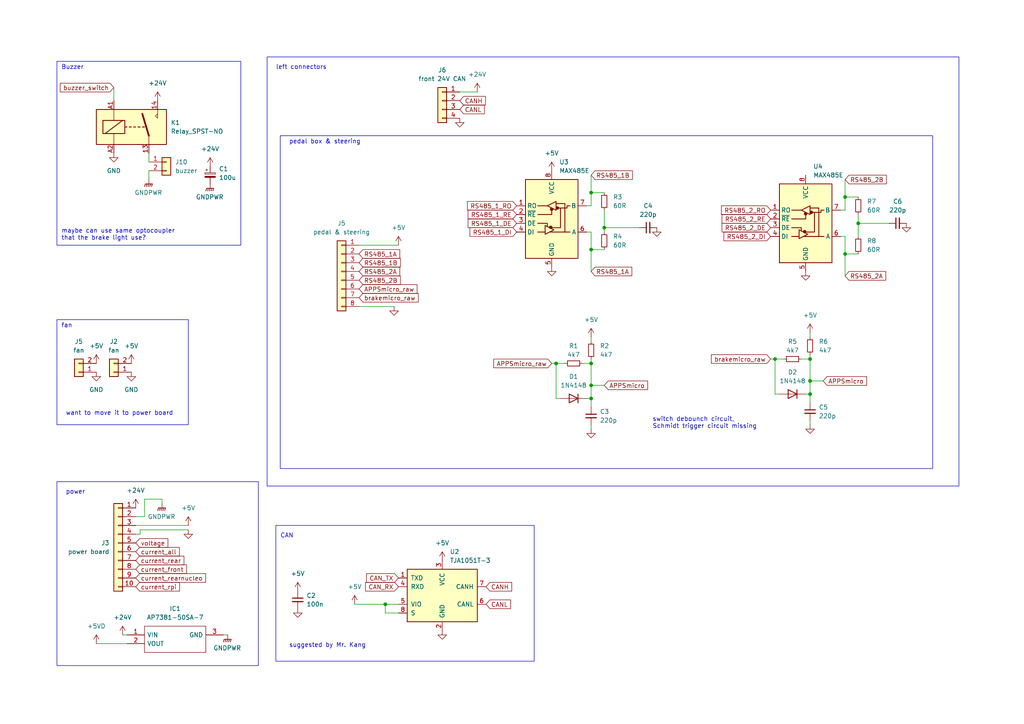
<source format=kicad_sch>
(kicad_sch (version 20230121) (generator eeschema)
  (paper "A4")
  (lib_symbols
    (symbol "Connector_Generic:Conn_01x02" (pin_names (offset 1.016) hide)
      (property "Reference" "J" (at 0 2.54 0))
      (property "Value" "Conn_01x02" (at 0 -5.08 0))
      (symbol "Conn_01x02_1_1"
        (rectangle (start -1.27 -2.413) (end 0 -2.667) (stroke (width 0.1524)))
        (rectangle (start -1.27 0.127) (end 0 -0.127) (stroke (width 0.1524)))
        (rectangle (start -1.27 1.27) (end 1.27 -3.81) (stroke (width 0.254)) (fill (type background)))
        (pin passive line (at -5.08 0 0) (length 3.81) (name "Pin_1") (number "1"))
        (pin passive line (at -5.08 -2.54 0) (length 3.81) (name "Pin_2") (number "2"))
      )
    )
    (symbol "Connector_Generic:Conn_01x04" (pin_names (offset 1.016) hide)
      (property "Reference" "J" (at 0 5.08 0))
      (property "Value" "Conn_01x04" (at 0 -7.62 0))
      (symbol "Conn_01x04_1_1"
        (rectangle (start -1.27 -4.953) (end 0 -5.207) (stroke (width 0.1524)))
        (rectangle (start -1.27 -2.413) (end 0 -2.667) (stroke (width 0.1524)))
        (rectangle (start -1.27 0.127) (end 0 -0.127) (stroke (width 0.1524)))
        (rectangle (start -1.27 2.667) (end 0 2.413) (stroke (width 0.1524)))
        (rectangle (start -1.27 3.81) (end 1.27 -6.35) (stroke (width 0.254)) (fill (type background)))
        (pin passive line (at -5.08 2.54 0) (length 3.81) (name "Pin_1") (number "1"))
        (pin passive line (at -5.08 0 0) (length 3.81) (name "Pin_2") (number "2"))
        (pin passive line (at -5.08 -2.54 0) (length 3.81) (name "Pin_3") (number "3"))
        (pin passive line (at -5.08 -5.08 0) (length 3.81) (name "Pin_4") (number "4"))
      )
    )
    (symbol "Connector_Generic:Conn_01x08" (pin_names (offset 1.016) hide)
      (property "Reference" "J" (at 0 10.16 0))
      (property "Value" "Conn_01x08" (at 0 -12.7 0))
      (symbol "Conn_01x08_1_1"
        (rectangle (start -1.27 -10.033) (end 0 -10.287) (stroke (width 0.1524)))
        (rectangle (start -1.27 -7.493) (end 0 -7.747) (stroke (width 0.1524)))
        (rectangle (start -1.27 -4.953) (end 0 -5.207) (stroke (width 0.1524)))
        (rectangle (start -1.27 -2.413) (end 0 -2.667) (stroke (width 0.1524)))
        (rectangle (start -1.27 0.127) (end 0 -0.127) (stroke (width 0.1524)))
        (rectangle (start -1.27 2.667) (end 0 2.413) (stroke (width 0.1524)))
        (rectangle (start -1.27 5.207) (end 0 4.953) (stroke (width 0.1524)))
        (rectangle (start -1.27 7.747) (end 0 7.493) (stroke (width 0.1524)))
        (rectangle (start -1.27 8.89) (end 1.27 -11.43) (stroke (width 0.254)) (fill (type background)))
        (pin passive line (at -5.08 7.62 0) (length 3.81) (name "Pin_1") (number "1"))
        (pin passive line (at -5.08 5.08 0) (length 3.81) (name "Pin_2") (number "2"))
        (pin passive line (at -5.08 2.54 0) (length 3.81) (name "Pin_3") (number "3"))
        (pin passive line (at -5.08 0 0) (length 3.81) (name "Pin_4") (number "4"))
        (pin passive line (at -5.08 -2.54 0) (length 3.81) (name "Pin_5") (number "5"))
        (pin passive line (at -5.08 -5.08 0) (length 3.81) (name "Pin_6") (number "6"))
        (pin passive line (at -5.08 -7.62 0) (length 3.81) (name "Pin_7") (number "7"))
        (pin passive line (at -5.08 -10.16 0) (length 3.81) (name "Pin_8") (number "8"))
      )
    )
    (symbol "Connector_Generic:Conn_01x10" (pin_names (offset 1.016) hide)
      (property "Reference" "J" (at 0 12.7 0))
      (property "Value" "Conn_01x10" (at 0 -15.24 0))
      (symbol "Conn_01x10_1_1"
        (rectangle (start -1.27 -12.573) (end 0 -12.827) (stroke (width 0.1524)))
        (rectangle (start -1.27 -10.033) (end 0 -10.287) (stroke (width 0.1524)))
        (rectangle (start -1.27 -7.493) (end 0 -7.747) (stroke (width 0.1524)))
        (rectangle (start -1.27 -4.953) (end 0 -5.207) (stroke (width 0.1524)))
        (rectangle (start -1.27 -2.413) (end 0 -2.667) (stroke (width 0.1524)))
        (rectangle (start -1.27 0.127) (end 0 -0.127) (stroke (width 0.1524)))
        (rectangle (start -1.27 2.667) (end 0 2.413) (stroke (width 0.1524)))
        (rectangle (start -1.27 5.207) (end 0 4.953) (stroke (width 0.1524)))
        (rectangle (start -1.27 7.747) (end 0 7.493) (stroke (width 0.1524)))
        (rectangle (start -1.27 10.287) (end 0 10.033) (stroke (width 0.1524)))
        (rectangle (start -1.27 11.43) (end 1.27 -13.97) (stroke (width 0.254)) (fill (type background)))
        (pin passive line (at -5.08 10.16 0) (length 3.81) (name "Pin_1") (number "1"))
        (pin passive line (at -5.08 -12.7 0) (length 3.81) (name "Pin_10") (number "10"))
        (pin passive line (at -5.08 7.62 0) (length 3.81) (name "Pin_2") (number "2"))
        (pin passive line (at -5.08 5.08 0) (length 3.81) (name "Pin_3") (number "3"))
        (pin passive line (at -5.08 2.54 0) (length 3.81) (name "Pin_4") (number "4"))
        (pin passive line (at -5.08 0 0) (length 3.81) (name "Pin_5") (number "5"))
        (pin passive line (at -5.08 -2.54 0) (length 3.81) (name "Pin_6") (number "6"))
        (pin passive line (at -5.08 -5.08 0) (length 3.81) (name "Pin_7") (number "7"))
        (pin passive line (at -5.08 -7.62 0) (length 3.81) (name "Pin_8") (number "8"))
        (pin passive line (at -5.08 -10.16 0) (length 3.81) (name "Pin_9") (number "9"))
      )
    )
    (symbol "Device:C_Polarized_Small" (pin_numbers hide) (pin_names (offset 0.254) hide)
      (property "Reference" "C" (at 0.254 1.778 0))
      (property "Value" "C_Polarized_Small" (at 0.254 -2.032 0))
      (symbol "C_Polarized_Small_0_1"
        (rectangle (start -1.524 -0.3048) (end 1.524 -0.6858) (fill (type outline)))
        (rectangle (start -1.524 0.6858) (end 1.524 0.3048))
        (polyline (pts (xy -1.27 1.524) (xy -0.762 1.524)))
        (polyline (pts (xy -1.016 1.27) (xy -1.016 1.778)))
      )
      (symbol "C_Polarized_Small_1_1"
        (pin passive line (at 0 2.54 270) (length 1.8542) (name "~") (number "1"))
        (pin passive line (at 0 -2.54 90) (length 1.8542) (name "~") (number "2"))
      )
    )
    (symbol "Device:C_Small" (pin_numbers hide) (pin_names (offset 0.254) hide)
      (property "Reference" "C" (at 0.254 1.778 0))
      (property "Value" "C_Small" (at 0.254 -2.032 0))
      (symbol "C_Small_0_1"
        (polyline (pts (xy -1.524 -0.508) (xy 1.524 -0.508)) (stroke (width 0.3302)))
        (polyline (pts (xy -1.524 0.508) (xy 1.524 0.508)) (stroke (width 0.3048)))
      )
      (symbol "C_Small_1_1"
        (pin passive line (at 0 2.54 270) (length 2.032) (name "~") (number "1"))
        (pin passive line (at 0 -2.54 90) (length 2.032) (name "~") (number "2"))
      )
    )
    (symbol "Device:R_Small" (pin_numbers hide) (pin_names (offset 0.254) hide)
      (property "Reference" "R" (at 0.762 0.508 0))
      (property "Value" "R_Small" (at 0.762 -1.016 0))
      (symbol "R_Small_0_1"
        (rectangle (start -0.762 1.778) (end 0.762 -1.778) (stroke (width 0.2032)))
      )
      (symbol "R_Small_1_1"
        (pin passive line (at 0 2.54 270) (length 0.762) (name "~") (number "1"))
        (pin passive line (at 0 -2.54 90) (length 0.762) (name "~") (number "2"))
      )
    )
    (symbol "Diode:1N4148" (pin_numbers hide) (pin_names hide)
      (property "Reference" "D" (at 0 2.54 0))
      (property "Value" "1N4148" (at 0 -2.54 0))
      (symbol "1N4148_0_1"
        (polyline (pts (xy -1.27 1.27) (xy -1.27 -1.27)) (stroke (width 0.254)))
        (polyline (pts (xy 1.27 0) (xy -1.27 0)))
        (polyline (pts (xy 1.27 1.27) (xy 1.27 -1.27) (xy -1.27 0) (xy 1.27 1.27)) (stroke (width 0.254)))
      )
      (symbol "1N4148_1_1"
        (pin passive line (at -3.81 0 0) (length 2.54) (name "K") (number "1"))
        (pin passive line (at 3.81 0 180) (length 2.54) (name "A") (number "2"))
      )
    )
    (symbol "Interface_CAN_LIN:TJA1051T-3" (pin_names (offset 1.016))
      (property "Reference" "U" (at -10.16 8.89 0))
      (property "Value" "TJA1051T-3" (at 1.27 8.89 0))
      (symbol "TJA1051T-3_0_1"
        (rectangle (start -10.16 7.62) (end 10.16 -7.62) (stroke (width 0.254)) (fill (type background)))
      )
      (symbol "TJA1051T-3_1_1"
        (pin input line (at -12.7 5.08 0) (length 2.54) (name "TXD") (number "1"))
        (pin power_in line (at 0 -10.16 90) (length 2.54) (name "GND") (number "2"))
        (pin power_in line (at 0 10.16 270) (length 2.54) (name "VCC") (number "3"))
        (pin output line (at -12.7 2.54 0) (length 2.54) (name "RXD") (number "4"))
        (pin power_in line (at -12.7 -2.54 0) (length 2.54) (name "VIO") (number "5"))
        (pin bidirectional line (at 12.7 -2.54 180) (length 2.54) (name "CANL") (number "6"))
        (pin bidirectional line (at 12.7 2.54 180) (length 2.54) (name "CANH") (number "7"))
        (pin input line (at -12.7 -5.08 0) (length 2.54) (name "S") (number "8"))
      )
    )
    (symbol "Interface_UART:MAX485E"
      (property "Reference" "U" (at -6.096 11.43 0))
      (property "Value" "MAX485E" (at 0.762 11.43 0))
      (symbol "MAX485E_0_1"
        (rectangle (start -7.62 10.16) (end 7.62 -12.7) (stroke (width 0.254)) (fill (type background)))
        (circle (center -0.3048 -3.683) (radius 0.3556) (stroke (width 0.254)) (fill (type outline)))
        (circle (center -0.0254 1.4986) (radius 0.3556) (stroke (width 0.254)) (fill (type outline)))
        (polyline (pts (xy -4.064 -5.08) (xy -1.905 -5.08)) (stroke (width 0.254)))
        (polyline (pts (xy -4.064 2.54) (xy -1.27 2.54)) (stroke (width 0.254)))
        (polyline (pts (xy -1.27 -3.2004) (xy -1.27 -3.4544)) (stroke (width 0.254)))
        (polyline (pts (xy -0.635 -5.08) (xy 5.334 -5.08)) (stroke (width 0.254)))
        (polyline (pts (xy -4.064 -2.54) (xy -1.27 -2.54) (xy -1.27 -3.175)) (stroke (width 0.254)))
        (polyline (pts (xy 0 1.27) (xy 0 0) (xy -4.064 0)) (stroke (width 0.254)))
        (polyline (pts (xy 1.27 3.175) (xy 3.81 3.175) (xy 3.81 -5.08)) (stroke (width 0.254)))
        (polyline (pts (xy 2.54 1.905) (xy 2.54 -3.81) (xy 0 -3.81)) (stroke (width 0.254)))
        (polyline (pts (xy -1.905 -3.175) (xy -1.905 -5.715) (xy 0.635 -4.445) (xy -1.905 -3.175)) (stroke (width 0.254)))
        (polyline (pts (xy -1.27 2.54) (xy 1.27 3.81) (xy 1.27 1.27) (xy -1.27 2.54)) (stroke (width 0.254)))
        (polyline (pts (xy 1.905 1.905) (xy 4.445 1.905) (xy 4.445 2.54) (xy 5.334 2.54)) (stroke (width 0.254)))
        (rectangle (start 1.27 3.175) (end 1.27 3.175))
        (circle (center 1.651 1.905) (radius 0.3556) (stroke (width 0.254)) (fill (type outline)))
      )
      (symbol "MAX485E_1_1"
        (pin output line (at -10.16 2.54 0) (length 2.54) (name "RO") (number "1"))
        (pin input line (at -10.16 0 0) (length 2.54) (name "~{RE}") (number "2"))
        (pin input line (at -10.16 -2.54 0) (length 2.54) (name "DE") (number "3"))
        (pin input line (at -10.16 -5.08 0) (length 2.54) (name "DI") (number "4"))
        (pin power_in line (at 0 -15.24 90) (length 2.54) (name "GND") (number "5"))
        (pin bidirectional line (at 10.16 -5.08 180) (length 2.54) (name "A") (number "6"))
        (pin bidirectional line (at 10.16 2.54 180) (length 2.54) (name "B") (number "7"))
        (pin power_in line (at 0 12.7 270) (length 2.54) (name "VCC") (number "8"))
      )
    )
    (symbol "Relay:Relay_SPST-NO"
      (property "Reference" "K" (at 11.43 3.81 0))
      (property "Value" "Relay_SPST-NO" (at 11.43 1.27 0))
      (symbol "Relay_SPST-NO_0_0"
        (polyline (pts (xy 7.62 5.08) (xy 7.62 2.54) (xy 6.985 3.175) (xy 7.62 3.81)))
      )
      (symbol "Relay_SPST-NO_0_1"
        (rectangle (start -10.16 5.08) (end 10.16 -5.08) (stroke (width 0.254)) (fill (type background)))
        (rectangle (start -8.255 1.905) (end -1.905 -1.905) (stroke (width 0.254)))
        (polyline (pts (xy -7.62 -1.905) (xy -2.54 1.905)) (stroke (width 0.254)))
        (polyline (pts (xy -5.08 -5.08) (xy -5.08 -1.905)))
        (polyline (pts (xy -5.08 5.08) (xy -5.08 1.905)))
        (polyline (pts (xy -1.905 0) (xy -1.27 0)) (stroke (width 0.254)))
        (polyline (pts (xy -0.635 0) (xy 0 0)) (stroke (width 0.254)))
        (polyline (pts (xy 0.635 0) (xy 1.27 0)) (stroke (width 0.254)))
        (polyline (pts (xy 1.905 0) (xy 2.54 0)) (stroke (width 0.254)))
        (polyline (pts (xy 3.175 0) (xy 3.81 0)) (stroke (width 0.254)))
        (polyline (pts (xy 5.08 -2.54) (xy 3.175 3.81)) (stroke (width 0.508)))
        (polyline (pts (xy 5.08 -2.54) (xy 5.08 -5.08)))
      )
      (symbol "Relay_SPST-NO_1_1"
        (pin passive line (at 5.08 -7.62 90) (length 2.54) (name "~") (number "13"))
        (pin passive line (at 7.62 7.62 270) (length 2.54) (name "~") (number "14"))
        (pin passive line (at -5.08 7.62 270) (length 2.54) (name "~") (number "A1"))
        (pin passive line (at -5.08 -7.62 90) (length 2.54) (name "~") (number "A2"))
      )
    )
    (symbol "SamacSys_Parts:AP7381-50SA-7" (pin_names (offset 0.762))
      (property "Reference" "IC" (at 24.13 7.62 0))
      (property "Value" "AP7381-50SA-7" (at 24.13 5.08 0))
      (symbol "AP7381-50SA-7_0_0"
        (pin passive line (at 0 0 0) (length 5.08) (name "VIN") (number "1"))
        (pin passive line (at 0 -2.54 0) (length 5.08) (name "VOUT") (number "2"))
        (pin passive line (at 27.94 0 180) (length 5.08) (name "GND") (number "3"))
      )
      (symbol "AP7381-50SA-7_0_1"
        (polyline (pts (xy 5.08 2.54) (xy 22.86 2.54) (xy 22.86 -5.08) (xy 5.08 -5.08) (xy 5.08 2.54)) (stroke (width 0.1524)))
      )
    )
    (symbol "power:+24V" (power) (pin_names (offset 0))
      (property "Value" "+24V" (at 0 3.556 0))
      (symbol "+24V_0_1"
        (polyline (pts (xy -0.762 1.27) (xy 0 2.54)))
        (polyline (pts (xy 0 0) (xy 0 2.54)))
        (polyline (pts (xy 0 2.54) (xy 0.762 1.27)))
      )
      (symbol "+24V_1_1"
        (pin power_in line (at 0 0 90) (length 0) hide (name "+24V") (number "1"))
      )
    )
    (symbol "power:+5V" (power) (pin_names (offset 0))
      (property "Value" "+5V" (at 0 3.556 0))
      (symbol "+5V_0_1"
        (polyline (pts (xy -0.762 1.27) (xy 0 2.54)))
        (polyline (pts (xy 0 0) (xy 0 2.54)))
        (polyline (pts (xy 0 2.54) (xy 0.762 1.27)))
      )
      (symbol "+5V_1_1"
        (pin power_in line (at 0 0 90) (length 0) hide (name "+5V") (number "1"))
      )
    )
    (symbol "power:+5VD" (power) (pin_names (offset 0))
      (property "Value" "+5VD" (at 0 3.556 0))
      (symbol "+5VD_0_1"
        (polyline (pts (xy -0.762 1.27) (xy 0 2.54)))
        (polyline (pts (xy 0 0) (xy 0 2.54)))
        (polyline (pts (xy 0 2.54) (xy 0.762 1.27)))
      )
      (symbol "+5VD_1_1"
        (pin power_in line (at 0 0 90) (length 0) hide (name "+5VD") (number "1"))
      )
    )
    (symbol "power:GND" (power) (pin_names (offset 0))
      (property "Value" "GND" (at 0 -3.81 0))
      (symbol "GND_0_1"
        (polyline (pts (xy 0 0) (xy 0 -1.27) (xy 1.27 -1.27) (xy 0 -2.54) (xy -1.27 -1.27) (xy 0 -1.27)))
      )
      (symbol "GND_1_1"
        (pin power_in line (at 0 0 270) (length 0) hide (name "GND") (number "1"))
      )
    )
    (symbol "power:GNDPWR" (power) (pin_names (offset 0))
      (property "Value" "GNDPWR" (at 0 -3.302 0))
      (symbol "GNDPWR_0_1"
        (polyline (pts (xy 0 -1.27) (xy 0 0)))
        (polyline (pts (xy -1.016 -1.27) (xy -1.27 -2.032) (xy -1.27 -2.032)) (stroke (width 0.2032)))
        (polyline (pts (xy -0.508 -1.27) (xy -0.762 -2.032) (xy -0.762 -2.032)) (stroke (width 0.2032)))
        (polyline (pts (xy 0 -1.27) (xy -0.254 -2.032) (xy -0.254 -2.032)) (stroke (width 0.2032)))
        (polyline (pts (xy 0.508 -1.27) (xy 0.254 -2.032) (xy 0.254 -2.032)) (stroke (width 0.2032)))
        (polyline (pts (xy 1.016 -1.27) (xy -1.016 -1.27) (xy -1.016 -1.27)) (stroke (width 0.2032)))
        (polyline (pts (xy 1.016 -1.27) (xy 0.762 -2.032) (xy 0.762 -2.032) (xy 0.762 -2.032)) (stroke (width 0.2032)))
      )
      (symbol "GNDPWR_1_1"
        (pin power_in line (at 0 0 270) (length 0) hide (name "GNDPWR") (number "1"))
      )
    )
  )
  (junction (at 234.95 110.49))
  (junction (at 171.45 111.76))
  (junction (at 171.45 115.57))
  (junction (at 224.79 104.14))
  (junction (at 161.29 105.41))
  (junction (at 171.45 105.41))
  (junction (at 234.95 114.3))
  (junction (at 248.92 64.77))
  (junction (at 245.11 57.15))
  (junction (at 171.45 55.88))
  (junction (at 171.45 72.39))
  (junction (at 234.95 104.14))
  (junction (at 245.11 73.66))
  (junction (at 175.26 66.04))
  (junction (at 111.76 175.26))
  (wire (pts (xy 245.11 68.58) (xy 243.84 68.58)))
  (wire (pts (xy 46.99 144.78) (xy 46.99 146.05)))
  (wire (pts (xy 171.45 111.76) (xy 171.45 115.57)))
  (wire (pts (xy 245.11 52.07) (xy 245.11 57.15)))
  (wire (pts (xy 66.04 184.15) (xy 64.77 184.15)))
  (wire (pts (xy 171.45 105.41) (xy 171.45 111.76)))
  (wire (pts (xy 224.79 104.14) (xy 227.33 104.14)))
  (wire (pts (xy 234.95 102.87) (xy 234.95 104.14)))
  (wire (pts (xy 54.61 152.4) (xy 39.37 152.4)))
  (wire (pts (xy 171.45 124.46) (xy 171.45 123.19)))
  (wire (pts (xy 257.81 64.77) (xy 248.92 64.77)))
  (wire (pts (xy 245.11 57.15) (xy 248.92 57.15)))
  (wire (pts (xy 232.41 104.14) (xy 234.95 104.14)))
  (wire (pts (xy 171.45 72.39) (xy 171.45 67.31)))
  (wire (pts (xy 238.76 110.49) (xy 234.95 110.49)))
  (wire (pts (xy 248.92 64.77) (xy 248.92 68.58)))
  (wire (pts (xy 41.91 144.78) (xy 41.91 149.86)))
  (wire (pts (xy 185.42 66.04) (xy 175.26 66.04)))
  (wire (pts (xy 111.76 177.8) (xy 111.76 175.26)))
  (wire (pts (xy 234.95 123.19) (xy 234.95 121.92)))
  (wire (pts (xy 171.45 67.31) (xy 170.18 67.31)))
  (wire (pts (xy 33.02 25.4) (xy 33.02 29.21)))
  (wire (pts (xy 111.76 175.26) (xy 115.57 175.26)))
  (wire (pts (xy 35.56 184.15) (xy 36.83 184.15)))
  (wire (pts (xy 171.45 55.88) (xy 171.45 59.69)))
  (wire (pts (xy 248.92 62.23) (xy 248.92 64.77)))
  (wire (pts (xy 115.57 71.12) (xy 104.14 71.12)))
  (wire (pts (xy 234.95 104.14) (xy 234.95 110.49)))
  (wire (pts (xy 171.45 115.57) (xy 170.18 115.57)))
  (wire (pts (xy 171.45 104.14) (xy 171.45 105.41)))
  (wire (pts (xy 224.79 114.3) (xy 224.79 104.14)))
  (wire (pts (xy 223.52 104.14) (xy 224.79 104.14)))
  (wire (pts (xy 43.18 46.99) (xy 43.18 44.45)))
  (wire (pts (xy 41.91 149.86) (xy 39.37 149.86)))
  (wire (pts (xy 102.87 175.26) (xy 111.76 175.26)))
  (wire (pts (xy 171.45 59.69) (xy 170.18 59.69)))
  (wire (pts (xy 171.45 78.74) (xy 171.45 72.39)))
  (wire (pts (xy 54.61 153.67) (xy 40.64 153.67)))
  (wire (pts (xy 161.29 105.41) (xy 163.83 105.41)))
  (wire (pts (xy 224.79 114.3) (xy 226.06 114.3)))
  (wire (pts (xy 114.3 88.9) (xy 104.14 88.9)))
  (wire (pts (xy 171.45 50.8) (xy 171.45 55.88)))
  (wire (pts (xy 234.95 110.49) (xy 234.95 114.3)))
  (wire (pts (xy 171.45 118.11) (xy 171.45 115.57)))
  (wire (pts (xy 161.29 115.57) (xy 161.29 105.41)))
  (wire (pts (xy 43.18 49.53) (xy 43.18 52.07)))
  (wire (pts (xy 175.26 60.96) (xy 175.26 66.04)))
  (wire (pts (xy 115.57 177.8) (xy 111.76 177.8)))
  (wire (pts (xy 160.02 105.41) (xy 161.29 105.41)))
  (wire (pts (xy 245.11 80.01) (xy 245.11 73.66)))
  (wire (pts (xy 171.45 72.39) (xy 175.26 72.39)))
  (wire (pts (xy 245.11 57.15) (xy 245.11 60.96)))
  (wire (pts (xy 40.64 153.67) (xy 40.64 154.94)))
  (wire (pts (xy 245.11 73.66) (xy 248.92 73.66)))
  (wire (pts (xy 27.94 186.69) (xy 36.83 186.69)))
  (wire (pts (xy 234.95 116.84) (xy 234.95 114.3)))
  (wire (pts (xy 40.64 154.94) (xy 39.37 154.94)))
  (wire (pts (xy 243.84 60.96) (xy 245.11 60.96)))
  (wire (pts (xy 175.26 66.04) (xy 175.26 67.31)))
  (wire (pts (xy 171.45 55.88) (xy 175.26 55.88)))
  (wire (pts (xy 161.29 115.57) (xy 162.56 115.57)))
  (wire (pts (xy 245.11 73.66) (xy 245.11 68.58)))
  (wire (pts (xy 46.99 144.78) (xy 41.91 144.78)))
  (wire (pts (xy 234.95 114.3) (xy 233.68 114.3)))
  (wire (pts (xy 175.26 111.76) (xy 171.45 111.76)))
  (wire (pts (xy 168.91 105.41) (xy 171.45 105.41)))
  (wire (pts (xy 138.43 26.67) (xy 133.35 26.67)))
  (wire (pts (xy 234.95 96.52) (xy 234.95 97.79)))
  (wire (pts (xy 171.45 97.79) (xy 171.45 99.06)))
  (rectangle (start 16.51 92.71) (end 54.61 123.19))
  (rectangle (start 77.47 16.51) (end 278.13 140.97))
  (rectangle (start 16.51 139.7) (end 74.93 193.04))
  (rectangle (start 81.28 39.37) (end 270.51 135.89))
  (rectangle (start 80.01 152.4) (end 154.94 191.77))
  (rectangle (start 16.51 17.78) (end 69.85 71.12))
  (text "switch debounch circuit, \nSchmidt trigger circuit missing" (at 189.23 124.46 0) (effects (font (size 1.27 1.27)) (justify left bottom)))
  (text "Buzzer" (at 17.78 20.32 0) (effects (font (size 1.27 1.27)) (justify left bottom)))
  (text "CAN" (at 81.28 156.21 0) (effects (font (size 1.27 1.27)) (justify left bottom)))
  (text "maybe can use same optocoupler \nthat the brake light use?" (at 17.78 69.85 0) (effects (font (size 1.27 1.27)) (justify left bottom)))
  (text "power" (at 19.05 143.51 0) (effects (font (size 1.27 1.27)) (justify left bottom)))
  (text "fan\n" (at 17.78 95.25 0) (effects (font (size 1.27 1.27)) (justify left bottom)))
  (text "pedal box & steering" (at 83.82 41.91 0) (effects (font (size 1.27 1.27)) (justify left bottom)))
  (text "suggested by Mr. Kang" (at 83.82 187.96 0) (effects (font (size 1.27 1.27)) (justify left bottom)))
  (text "want to move it to power board" (at 19.05 120.65 0) (effects (font (size 1.27 1.27)) (justify left bottom)))
  (text "left connectors" (at 80.01 20.32 0) (effects (font (size 1.27 1.27)) (justify left bottom)))
  (global_label "RS485_1A" (shape input) (at 171.45 78.74 0) (property "Intersheetrefs" "${INTERSHEET_REFS}" (effects hide)))
  (global_label "RS485_1_DE" (shape input) (at 149.86 64.77 180) (property "Intersheetrefs" "${INTERSHEET_REFS}" (effects hide)))
  (global_label "APPSmicro_raw" (shape input) (at 160.02 105.41 180) (property "Intersheetrefs" "${INTERSHEET_REFS}" (effects hide)))
  (global_label "CANH" (shape input) (at 133.35 29.21 0) (property "Intersheetrefs" "${INTERSHEET_REFS}" (effects hide)))
  (global_label "RS485_1_DI" (shape input) (at 149.86 67.31 180) (property "Intersheetrefs" "${INTERSHEET_REFS}" (effects hide)))
  (global_label "CANH" (shape input) (at 140.97 170.18 0) (property "Intersheetrefs" "${INTERSHEET_REFS}" (effects hide)))
  (global_label "RS485_2B" (shape input) (at 245.11 52.07 0) (property "Intersheetrefs" "${INTERSHEET_REFS}" (effects hide)))
  (global_label "current_rearnucleo" (shape input) (at 39.37 167.64 0) (property "Intersheetrefs" "${INTERSHEET_REFS}" (effects hide)))
  (global_label "APPSmicro" (shape input) (at 175.26 111.76 0) (property "Intersheetrefs" "${INTERSHEET_REFS}" (effects hide)))
  (global_label "voltage" (shape input) (at 39.37 157.48 0) (property "Intersheetrefs" "${INTERSHEET_REFS}" (effects hide)))
  (global_label "RS485_1B" (shape input) (at 171.45 50.8 0) (property "Intersheetrefs" "${INTERSHEET_REFS}" (effects hide)))
  (global_label "current_rear" (shape input) (at 39.37 162.56 0) (property "Intersheetrefs" "${INTERSHEET_REFS}" (effects hide)))
  (global_label "RS485_2_RO" (shape input) (at 223.52 60.96 180) (property "Intersheetrefs" "${INTERSHEET_REFS}" (effects hide)))
  (global_label "RS485_2_DI" (shape input) (at 223.52 68.58 180) (property "Intersheetrefs" "${INTERSHEET_REFS}" (effects hide)))
  (global_label "CANL" (shape input) (at 133.35 31.75 0) (property "Intersheetrefs" "${INTERSHEET_REFS}" (effects hide)))
  (global_label "RS485_2_DE" (shape input) (at 223.52 66.04 180) (property "Intersheetrefs" "${INTERSHEET_REFS}" (effects hide)))
  (global_label "CAN_RX" (shape input) (at 115.57 170.18 180) (property "Intersheetrefs" "${INTERSHEET_REFS}" (effects hide)))
  (global_label "CAN_TX" (shape input) (at 115.57 167.64 180) (property "Intersheetrefs" "${INTERSHEET_REFS}" (effects hide)))
  (global_label "current_all" (shape input) (at 39.37 160.02 0) (property "Intersheetrefs" "${INTERSHEET_REFS}" (effects hide)))
  (global_label "RS485_1B" (shape input) (at 104.14 76.2 0) (property "Intersheetrefs" "${INTERSHEET_REFS}" (effects hide)))
  (global_label "RS485_1_RO" (shape input) (at 149.86 59.69 180) (property "Intersheetrefs" "${INTERSHEET_REFS}" (effects hide)))
  (global_label "brakemicro_raw" (shape input) (at 104.14 86.36 0) (property "Intersheetrefs" "${INTERSHEET_REFS}" (effects hide)))
  (global_label "buzzer_switch" (shape input) (at 33.02 25.4 180) (property "Intersheetrefs" "${INTERSHEET_REFS}" (effects hide)))
  (global_label "brakemicro_raw" (shape input) (at 223.52 104.14 180) (property "Intersheetrefs" "${INTERSHEET_REFS}" (effects hide)))
  (global_label "APPSmicro" (shape input) (at 238.76 110.49 0) (property "Intersheetrefs" "${INTERSHEET_REFS}" (effects hide)))
  (global_label "CANL" (shape input) (at 140.97 175.26 0) (property "Intersheetrefs" "${INTERSHEET_REFS}" (effects hide)))
  (global_label "RS485_2A" (shape input) (at 104.14 78.74 0) (property "Intersheetrefs" "${INTERSHEET_REFS}" (effects hide)))
  (global_label "RS485_2B" (shape input) (at 104.14 81.28 0) (property "Intersheetrefs" "${INTERSHEET_REFS}" (effects hide)))
  (global_label "RS485_1_RE" (shape input) (at 149.86 62.23 180) (property "Intersheetrefs" "${INTERSHEET_REFS}" (effects hide)))
  (global_label "current_rpi" (shape input) (at 39.37 170.18 0) (property "Intersheetrefs" "${INTERSHEET_REFS}" (effects hide)))
  (global_label "APPSmicro_raw" (shape input) (at 104.14 83.82 0) (property "Intersheetrefs" "${INTERSHEET_REFS}" (effects hide)))
  (global_label "RS485_1A" (shape input) (at 104.14 73.66 0) (property "Intersheetrefs" "${INTERSHEET_REFS}" (effects hide)))
  (global_label "RS485_2_RE" (shape input) (at 223.52 63.5 180) (property "Intersheetrefs" "${INTERSHEET_REFS}" (effects hide)))
  (global_label "RS485_2A" (shape input) (at 245.11 80.01 0) (property "Intersheetrefs" "${INTERSHEET_REFS}" (effects hide)))
  (global_label "current_front" (shape input) (at 39.37 165.1 0) (property "Intersheetrefs" "${INTERSHEET_REFS}" (effects hide)))
  (symbol (lib_id "Device:C_Small") (at 187.96 66.04 90) (unit 1)
    (property "Reference" "C4" (at 187.9663 59.69 90))
    (property "Value" "220p" (at 187.9663 62.23 90))
  )
  (symbol (lib_id "Device:C_Small") (at 86.36 173.99 0) (unit 1)
    (property "Reference" "C2" (at 88.9 172.7263 0) (effects (justify left)))
    (property "Value" "100n" (at 88.9 175.2663 0) (effects (justify left)))
  )
  (symbol (lib_id "power:GND") (at 128.27 182.88 0) (unit 1)
    (property "Reference" "#PWR029" (effects hide))
    (property "Value" "GND" (effects hide))
  )
  (symbol (lib_id "Diode:1N4148") (at 166.37 115.57 0) (mirror y) (unit 1)
    (property "Reference" "D1" (at 166.37 109.22 0))
    (property "Value" "1N4148" (at 166.37 111.76 0))
    (property "Footprint" "Diode_THT:D_DO-35_SOD27_P7.62mm_Horizontal" (effects hide))
    (property "Datasheet" "https://assets.nexperia.com/documents/data-sheet/1N4148_1N4448.pdf" (effects hide))
    (property "Sim.Device" "D" (effects hide))
    (property "Sim.Pins" "1=K 2=A" (effects hide))
  )
  (symbol (lib_id "Connector_Generic:Conn_01x02") (at 48.26 46.99 0) (unit 1)
    (property "Reference" "J10" (at 50.8 46.99 0) (effects (justify left)))
    (property "Value" "buzzer" (at 50.8 49.53 0) (effects (justify left)))
  )
  (symbol (lib_id "Device:R_Small") (at 248.92 71.12 0) (unit 1)
    (property "Reference" "R8" (at 251.46 69.85 0) (effects (justify left)))
    (property "Value" "60R" (at 251.46 72.39 0) (effects (justify left)))
  )
  (symbol (lib_id "power:GND") (at 262.89 64.77 0) (unit 1)
    (property "Reference" "#PWR040" (effects hide))
    (property "Value" "GND" (effects hide))
  )
  (symbol (lib_id "power:GND") (at 160.02 77.47 0) (unit 1)
    (property "Reference" "#PWR033" (effects hide))
    (property "Value" "GND" (effects hide))
  )
  (symbol (lib_id "Device:C_Small") (at 171.45 120.65 0) (unit 1)
    (property "Reference" "C3" (at 173.99 119.3863 0) (effects (justify left)))
    (property "Value" "220p" (at 173.99 121.9263 0) (effects (justify left)))
  )
  (symbol (lib_id "power:GND") (at 27.94 107.95 0) (unit 1)
    (property "Reference" "#PWR034" (effects hide))
    (property "Value" "GND" (at 27.94 113.03 0))
  )
  (symbol (lib_id "Connector_Generic:Conn_01x02") (at 33.02 107.95 180) (unit 1)
    (property "Reference" "J2" (at 33.02 99.06 0))
    (property "Value" "fan" (at 33.02 101.6 0))
  )
  (symbol (lib_id "power:GNDPWR") (at 43.18 52.07 0) (unit 1)
    (property "Reference" "#PWR015" (effects hide))
    (property "Value" "GNDPWR" (at 43.053 55.88 0))
  )
  (symbol (lib_id "power:+24V") (at 45.72 29.21 0) (unit 1)
    (property "Reference" "#PWR016" (effects hide))
    (property "Value" "+24V" (at 45.72 24.13 0))
  )
  (symbol (lib_id "Device:R_Small") (at 166.37 105.41 90) (unit 1)
    (property "Reference" "R1" (at 166.37 100.33 90))
    (property "Value" "4k7" (at 166.37 102.87 90))
  )
  (symbol (lib_id "power:+24V") (at 35.56 184.15 0) (unit 1)
    (property "Reference" "#PWR011" (effects hide))
    (property "Value" "+24V" (at 35.56 179.07 0))
  )
  (symbol (lib_id "power:GND") (at 133.35 34.29 0) (unit 1)
    (property "Reference" "#PWR030" (effects hide))
    (property "Value" "GND" (effects hide))
  )
  (symbol (lib_id "power:+5V") (at 171.45 97.79 0) (unit 1)
    (property "Reference" "#PWR035" (effects hide))
    (property "Value" "+5V" (at 171.45 92.71 0))
  )
  (symbol (lib_id "power:+5V") (at 234.95 96.52 0) (unit 1)
    (property "Reference" "#PWR038" (effects hide))
    (property "Value" "+5V" (at 234.95 91.44 0))
  )
  (symbol (lib_id "power:GND") (at 54.61 153.67 0) (unit 1)
    (property "Reference" "#PWR019" (effects hide))
    (property "Value" "GND" (effects hide))
  )
  (symbol (lib_id "power:GND") (at 190.5 66.04 0) (unit 1)
    (property "Reference" "#PWR036" (effects hide))
    (property "Value" "GND" (effects hide))
  )
  (symbol (lib_id "power:+24V") (at 60.96 48.26 0) (unit 1)
    (property "Reference" "#PWR020" (effects hide))
    (property "Value" "+24V" (at 60.96 43.18 0))
  )
  (symbol (lib_id "Device:R_Small") (at 234.95 100.33 0) (unit 1)
    (property "Reference" "R6" (at 237.49 99.06 0) (effects (justify left)))
    (property "Value" "4k7" (at 237.49 101.6 0) (effects (justify left)))
  )
  (symbol (lib_id "power:GND") (at 38.1 107.95 0) (unit 1)
    (property "Reference" "#PWR013" (effects hide))
    (property "Value" "GND" (at 38.1 113.03 0))
  )
  (symbol (lib_id "Device:C_Small") (at 260.35 64.77 90) (unit 1)
    (property "Reference" "C6" (at 260.3563 58.42 90))
    (property "Value" "220p" (at 260.3563 60.96 90))
  )
  (symbol (lib_id "power:+5V") (at 54.61 152.4 0) (unit 1)
    (property "Reference" "#PWR018" (effects hide))
    (property "Value" "+5V" (at 54.61 147.32 0))
  )
  (symbol (lib_id "Interface_CAN_LIN:TJA1051T-3") (at 128.27 172.72 0) (unit 1)
    (property "Reference" "U2" (at 130.4641 160.02 0) (effects (justify left)))
    (property "Value" "TJA1051T-3" (at 130.4641 162.56 0) (effects (justify left)))
    (property "Footprint" "Package_SO:SOIC-8_3.9x4.9mm_P1.27mm" (effects hide))
    (property "Datasheet" "http://www.nxp.com/docs/en/data-sheet/TJA1051.pdf" (effects hide))
  )
  (symbol (lib_id "power:GNDPWR") (at 60.96 53.34 0) (unit 1)
    (property "Reference" "#PWR021" (effects hide))
    (property "Value" "GNDPWR" (at 60.833 57.15 0))
  )
  (symbol (lib_id "Diode:1N4148") (at 229.87 114.3 0) (mirror y) (unit 1)
    (property "Reference" "D2" (at 229.87 107.95 0))
    (property "Value" "1N4148" (at 229.87 110.49 0))
    (property "Footprint" "Diode_THT:D_DO-35_SOD27_P7.62mm_Horizontal" (effects hide))
    (property "Datasheet" "https://assets.nexperia.com/documents/data-sheet/1N4148_1N4448.pdf" (effects hide))
    (property "Sim.Device" "D" (effects hide))
    (property "Sim.Pins" "1=K 2=A" (effects hide))
  )
  (symbol (lib_id "power:+5V") (at 115.57 71.12 0) (unit 1)
    (property "Reference" "#PWR027" (effects hide))
    (property "Value" "+5V" (at 115.57 66.04 0))
  )
  (symbol (lib_id "Device:R_Small") (at 175.26 58.42 0) (unit 1)
    (property "Reference" "R3" (at 177.8 57.15 0) (effects (justify left)))
    (property "Value" "60R" (at 177.8 59.69 0) (effects (justify left)))
  )
  (symbol (lib_id "power:+5V") (at 102.87 175.26 0) (unit 1)
    (property "Reference" "#PWR025" (effects hide))
    (property "Value" "+5V" (at 102.87 170.18 0))
  )
  (symbol (lib_id "Interface_UART:MAX485E") (at 233.68 63.5 0) (unit 1)
    (property "Reference" "U4" (at 235.8741 48.26 0) (effects (justify left)))
    (property "Value" "MAX485E" (at 235.8741 50.8 0) (effects (justify left)))
    (property "Datasheet" "https://datasheets.maximintegrated.com/en/ds/MAX1487E-MAX491E.pdf" (effects hide))
  )
  (symbol (lib_id "Interface_UART:MAX485E") (at 160.02 62.23 0) (unit 1)
    (property "Reference" "U3" (at 162.2141 46.99 0) (effects (justify left)))
    (property "Value" "MAX485E" (at 162.2141 49.53 0) (effects (justify left)))
    (property "Datasheet" "https://datasheets.maximintegrated.com/en/ds/MAX1487E-MAX491E.pdf" (effects hide))
  )
  (symbol (lib_id "power:+5V") (at 38.1 105.41 0) (unit 1)
    (property "Reference" "#PWR012" (effects hide))
    (property "Value" "+5V" (at 38.1 100.33 0))
  )
  (symbol (lib_id "power:+5V") (at 86.36 171.45 0) (unit 1)
    (property "Reference" "#PWR023" (effects hide))
    (property "Value" "+5V" (at 86.36 166.37 0))
  )
  (symbol (lib_id "SamacSys_Parts:AP7381-50SA-7") (at 36.83 184.15 0) (unit 1)
    (property "Reference" "IC1" (at 50.8 176.53 0))
    (property "Value" "AP7381-50SA-7" (at 50.8 179.07 0))
    (property "Footprint" "SamacSys_Parts:SOT96P240X105-3N" (effects hide))
    (property "Datasheet" "https://www.diodes.com/assets/Datasheets/AP7381.pdf" (effects hide))
    (property "Description" "LDO Voltage Regulators LDO CMOS LowCurr SOT23 T&R 3K" (effects hide))
    (property "Height" "1.05" (effects hide))
    (property "Mouser Part Number" "621-AP7381-50SA-7" (effects hide))
    (property "Mouser Price/Stock" "https://www.mouser.co.uk/ProductDetail/Diodes-Incorporated/AP7381-50SA-7?qs=y6ZabgHbY%252Byl5qhveHAsbw%3D%3D" (effects hide))
    (property "Manufacturer_Name" "Diodes Incorporated" (effects hide))
    (property "Manufacturer_Part_Number" "AP7381-50SA-7" (effects hide))
  )
  (symbol (lib_id "Device:C_Polarized_Small") (at 60.96 50.8 0) (unit 1)
    (property "Reference" "C1" (at 63.5 48.9839 0) (effects (justify left)))
    (property "Value" "100u" (at 63.5 51.5239 0) (effects (justify left)))
  )
  (symbol (lib_id "power:+5V") (at 128.27 162.56 0) (unit 1)
    (property "Reference" "#PWR028" (effects hide))
    (property "Value" "+5V" (at 128.27 157.48 0))
  )
  (symbol (lib_id "power:GND") (at 234.95 123.19 0) (unit 1)
    (property "Reference" "#PWR039" (effects hide))
    (property "Value" "GND" (effects hide))
  )
  (symbol (lib_id "power:GNDPWR") (at 46.99 146.05 0) (unit 1)
    (property "Reference" "#PWR017" (effects hide))
    (property "Value" "GNDPWR" (at 46.863 149.86 0))
  )
  (symbol (lib_id "power:GND") (at 114.3 88.9 0) (unit 1)
    (property "Reference" "#PWR026" (effects hide))
    (property "Value" "GND" (effects hide))
  )
  (symbol (lib_id "power:GNDPWR") (at 66.04 184.15 0) (unit 1)
    (property "Reference" "#PWR022" (effects hide))
    (property "Value" "GNDPWR" (at 65.913 187.96 0))
  )
  (symbol (lib_id "power:+24V") (at 138.43 26.67 0) (unit 1)
    (property "Reference" "#PWR031" (effects hide))
    (property "Value" "+24V" (at 138.43 21.59 0))
  )
  (symbol (lib_id "Device:R_Small") (at 171.45 101.6 0) (unit 1)
    (property "Reference" "R2" (at 173.99 100.33 0) (effects (justify left)))
    (property "Value" "4k7" (at 173.99 102.87 0) (effects (justify left)))
  )
  (symbol (lib_id "Connector_Generic:Conn_01x04") (at 128.27 29.21 0) (mirror y) (unit 1)
    (property "Reference" "J6" (at 128.27 20.32 0))
    (property "Value" "front 24V CAN" (at 128.27 22.86 0))
  )
  (symbol (lib_id "power:GND") (at 33.02 44.45 0) (unit 1)
    (property "Reference" "#PWR08" (effects hide))
    (property "Value" "GND" (at 33.02 49.53 0))
  )
  (symbol (lib_id "Relay:Relay_SPST-NO") (at 38.1 36.83 0) (unit 1)
    (property "Reference" "K1" (at 49.53 35.56 0) (effects (justify left)))
    (property "Value" "Relay_SPST-NO" (at 49.53 38.1 0) (effects (justify left)))
  )
  (symbol (lib_id "power:+5V") (at 27.94 105.41 0) (unit 1)
    (property "Reference" "#PWR032" (effects hide))
    (property "Value" "+5V" (at 27.94 100.33 0))
  )
  (symbol (lib_id "power:+5VD") (at 27.94 186.69 0) (unit 1)
    (property "Reference" "#PWR09" (effects hide))
    (property "Value" "+5VD" (at 27.94 181.61 0))
  )
  (symbol (lib_id "power:GND") (at 171.45 124.46 0) (unit 1)
    (property "Reference" "#PWR034" (effects hide))
    (property "Value" "GND" (effects hide))
  )
  (symbol (lib_id "power:GND") (at 233.68 78.74 0) (unit 1)
    (property "Reference" "#PWR037" (effects hide))
    (property "Value" "GND" (effects hide))
  )
  (symbol (lib_id "Device:R_Small") (at 229.87 104.14 90) (unit 1)
    (property "Reference" "R5" (at 229.87 99.06 90))
    (property "Value" "4k7" (at 229.87 101.6 90))
  )
  (symbol (lib_id "Connector_Generic:Conn_01x10") (at 34.29 157.48 0) (mirror y) (unit 1)
    (property "Reference" "J3" (at 31.75 157.48 0) (effects (justify left)))
    (property "Value" "power board" (at 31.75 160.02 0) (effects (justify left)))
  )
  (symbol (lib_id "power:+24V") (at 39.37 147.32 0) (unit 1)
    (property "Reference" "#PWR014" (effects hide))
    (property "Value" "+24V" (at 39.37 142.24 0))
  )
  (symbol (lib_id "power:GND") (at 86.36 176.53 0) (unit 1)
    (property "Reference" "#PWR024" (effects hide))
    (property "Value" "GND" (effects hide))
  )
  (symbol (lib_id "Device:R_Small") (at 175.26 69.85 0) (unit 1)
    (property "Reference" "R4" (at 177.8 68.58 0) (effects (justify left)))
    (property "Value" "60R" (at 177.8 71.12 0) (effects (justify left)))
  )
  (symbol (lib_id "Device:C_Small") (at 234.95 119.38 0) (unit 1)
    (property "Reference" "C5" (at 237.49 118.1163 0) (effects (justify left)))
    (property "Value" "220p" (at 237.49 120.6563 0) (effects (justify left)))
  )
  (symbol (lib_id "Device:R_Small") (at 248.92 59.69 0) (unit 1)
    (property "Reference" "R7" (at 251.46 58.42 0) (effects (justify left)))
    (property "Value" "60R" (at 251.46 60.96 0) (effects (justify left)))
  )
  (symbol (lib_id "Connector_Generic:Conn_01x08") (at 99.06 78.74 0) (mirror y) (unit 1)
    (property "Reference" "J5" (at 99.06 64.77 0))
    (property "Value" "pedal & steering" (at 99.06 67.31 0))
  )
  (symbol (lib_id "Connector_Generic:Conn_01x02") (at 22.86 107.95 180) (unit 1)
    (property "Reference" "J5" (at 22.86 99.06 0))
    (property "Value" "fan" (at 22.86 101.6 0))
  )
  (symbol (lib_id "power:+5V") (at 160.02 49.53 0) (unit 1)
    (property "Reference" "#PWR032" (effects hide))
    (property "Value" "+5V" (at 160.02 44.45 0))
  )
)
</source>
